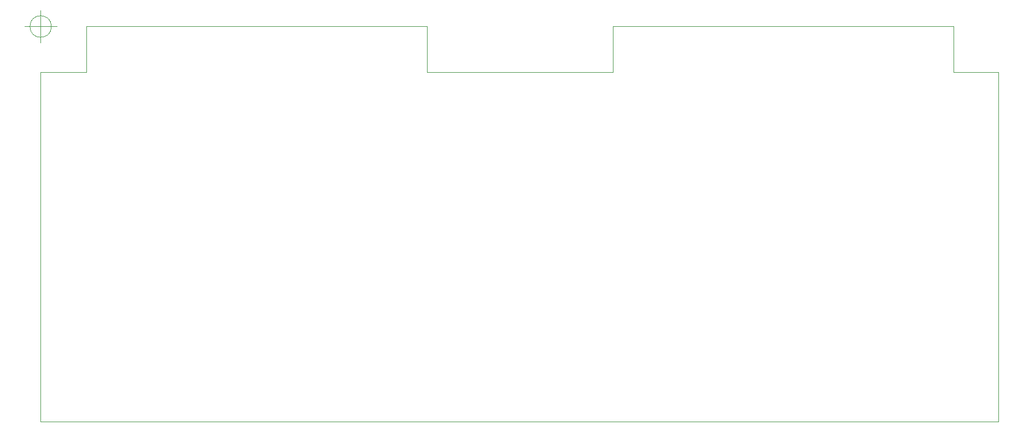
<source format=gbr>
G04 #@! TF.GenerationSoftware,KiCad,Pcbnew,5.1.5+dfsg1-2build2*
G04 #@! TF.CreationDate,2022-01-17T18:31:12+07:00*
G04 #@! TF.ProjectId,AMPP_V0,414d5050-5f56-4302-9e6b-696361645f70,rev?*
G04 #@! TF.SameCoordinates,Original*
G04 #@! TF.FileFunction,Profile,NP*
%FSLAX46Y46*%
G04 Gerber Fmt 4.6, Leading zero omitted, Abs format (unit mm)*
G04 Created by KiCad (PCBNEW 5.1.5+dfsg1-2build2) date 2022-01-17 18:31:12*
%MOMM*%
%LPD*%
G04 APERTURE LIST*
%ADD10C,0.050000*%
G04 APERTURE END LIST*
D10*
X1666666Y0D02*
G75*
G03X1666666Y0I-1666666J0D01*
G01*
X-2500000Y0D02*
X2500000Y0D01*
X0Y2500000D02*
X0Y-2500000D01*
X141351000Y-7061200D02*
X148336000Y-7061200D01*
X141351000Y50800D02*
X141351000Y-7061200D01*
X88646000Y50800D02*
X141351000Y50800D01*
X88646000Y-7061200D02*
X88646000Y50800D01*
X59817000Y-7061200D02*
X88646000Y-7061200D01*
X59817000Y50800D02*
X59817000Y-7061200D01*
X7112000Y50800D02*
X59817000Y50800D01*
X7112000Y-7061200D02*
X7112000Y50800D01*
X0Y-7061200D02*
X7112000Y-7061200D01*
X148336000Y-61163200D02*
X148336000Y-7061200D01*
X0Y-61163200D02*
X148336000Y-61163200D01*
X0Y-7061200D02*
X0Y-61163200D01*
M02*

</source>
